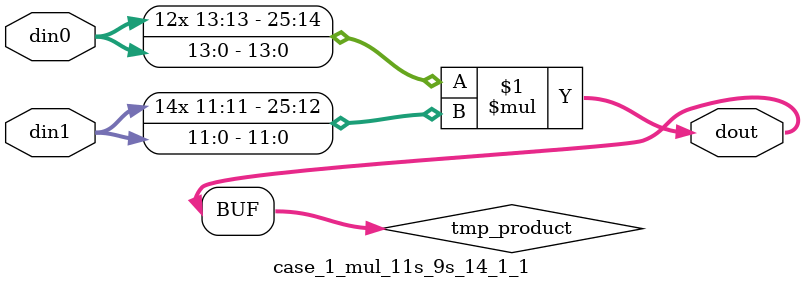
<source format=v>

`timescale 1 ns / 1 ps

 module case_1_mul_11s_9s_14_1_1(din0, din1, dout);
parameter ID = 1;
parameter NUM_STAGE = 0;
parameter din0_WIDTH = 14;
parameter din1_WIDTH = 12;
parameter dout_WIDTH = 26;

input [din0_WIDTH - 1 : 0] din0; 
input [din1_WIDTH - 1 : 0] din1; 
output [dout_WIDTH - 1 : 0] dout;

wire signed [dout_WIDTH - 1 : 0] tmp_product;



























assign tmp_product = $signed(din0) * $signed(din1);








assign dout = tmp_product;





















endmodule

</source>
